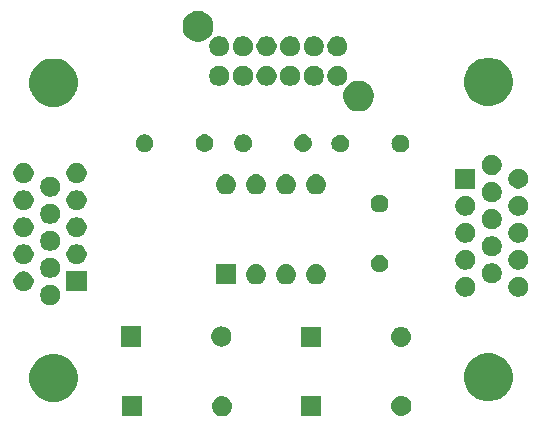
<source format=gbr>
G04 #@! TF.GenerationSoftware,KiCad,Pcbnew,(5.1.4)-1*
G04 #@! TF.CreationDate,2020-11-25T10:34:19+01:00*
G04 #@! TF.ProjectId,MonochromeVGA,4d6f6e6f-6368-4726-9f6d-655647412e6b,rev?*
G04 #@! TF.SameCoordinates,Original*
G04 #@! TF.FileFunction,Soldermask,Bot*
G04 #@! TF.FilePolarity,Negative*
%FSLAX46Y46*%
G04 Gerber Fmt 4.6, Leading zero omitted, Abs format (unit mm)*
G04 Created by KiCad (PCBNEW (5.1.4)-1) date 2020-11-25 10:34:19*
%MOMM*%
%LPD*%
G04 APERTURE LIST*
%ADD10C,0.100000*%
G04 APERTURE END LIST*
D10*
G36*
X144516823Y-119281313D02*
G01*
X144647380Y-119320917D01*
X144671111Y-119328116D01*
X144677242Y-119329976D01*
X144768950Y-119378995D01*
X144825078Y-119408996D01*
X144954659Y-119515341D01*
X145061004Y-119644922D01*
X145061005Y-119644924D01*
X145140024Y-119792758D01*
X145188687Y-119953177D01*
X145205117Y-120120000D01*
X145188687Y-120286823D01*
X145140024Y-120447242D01*
X145077040Y-120565076D01*
X145061004Y-120595078D01*
X144954659Y-120724659D01*
X144825078Y-120831004D01*
X144825076Y-120831005D01*
X144677242Y-120910024D01*
X144516823Y-120958687D01*
X144391804Y-120971000D01*
X144308196Y-120971000D01*
X144183177Y-120958687D01*
X144022758Y-120910024D01*
X143874924Y-120831005D01*
X143874922Y-120831004D01*
X143745341Y-120724659D01*
X143638996Y-120595078D01*
X143622960Y-120565076D01*
X143559976Y-120447242D01*
X143511313Y-120286823D01*
X143494883Y-120120000D01*
X143511313Y-119953177D01*
X143559976Y-119792758D01*
X143638995Y-119644924D01*
X143638996Y-119644922D01*
X143745341Y-119515341D01*
X143874922Y-119408996D01*
X143931050Y-119378995D01*
X144022758Y-119329976D01*
X144028890Y-119328116D01*
X144052620Y-119320917D01*
X144183177Y-119281313D01*
X144308196Y-119269000D01*
X144391804Y-119269000D01*
X144516823Y-119281313D01*
X144516823Y-119281313D01*
G37*
G36*
X137581000Y-120971000D02*
G01*
X135879000Y-120971000D01*
X135879000Y-119269000D01*
X137581000Y-119269000D01*
X137581000Y-120971000D01*
X137581000Y-120971000D01*
G37*
G36*
X152761000Y-120941000D02*
G01*
X151059000Y-120941000D01*
X151059000Y-119239000D01*
X152761000Y-119239000D01*
X152761000Y-120941000D01*
X152761000Y-120941000D01*
G37*
G36*
X159696823Y-119251313D02*
G01*
X159857242Y-119299976D01*
X159989906Y-119370886D01*
X160005078Y-119378996D01*
X160134659Y-119485341D01*
X160241004Y-119614922D01*
X160241005Y-119614924D01*
X160320024Y-119762758D01*
X160368687Y-119923177D01*
X160385117Y-120090000D01*
X160368687Y-120256823D01*
X160320024Y-120417242D01*
X160249114Y-120549906D01*
X160241004Y-120565078D01*
X160134659Y-120694659D01*
X160005078Y-120801004D01*
X160005076Y-120801005D01*
X159857242Y-120880024D01*
X159696823Y-120928687D01*
X159571804Y-120941000D01*
X159488196Y-120941000D01*
X159363177Y-120928687D01*
X159202758Y-120880024D01*
X159054924Y-120801005D01*
X159054922Y-120801004D01*
X158925341Y-120694659D01*
X158818996Y-120565078D01*
X158810886Y-120549906D01*
X158739976Y-120417242D01*
X158691313Y-120256823D01*
X158674883Y-120090000D01*
X158691313Y-119923177D01*
X158739976Y-119762758D01*
X158818995Y-119614924D01*
X158818996Y-119614922D01*
X158925341Y-119485341D01*
X159054922Y-119378996D01*
X159070094Y-119370886D01*
X159202758Y-119299976D01*
X159363177Y-119251313D01*
X159488196Y-119239000D01*
X159571804Y-119239000D01*
X159696823Y-119251313D01*
X159696823Y-119251313D01*
G37*
G36*
X130688254Y-115762818D02*
G01*
X131061511Y-115917426D01*
X131061513Y-115917427D01*
X131397436Y-116141884D01*
X131683116Y-116427564D01*
X131860802Y-116693489D01*
X131907574Y-116763489D01*
X132062182Y-117136746D01*
X132141000Y-117532993D01*
X132141000Y-117937007D01*
X132062182Y-118333254D01*
X131936569Y-118636511D01*
X131907573Y-118706513D01*
X131683116Y-119042436D01*
X131397436Y-119328116D01*
X131061513Y-119552573D01*
X131061512Y-119552574D01*
X131061511Y-119552574D01*
X130688254Y-119707182D01*
X130292007Y-119786000D01*
X129887993Y-119786000D01*
X129491746Y-119707182D01*
X129118489Y-119552574D01*
X129118488Y-119552574D01*
X129118487Y-119552573D01*
X128782564Y-119328116D01*
X128496884Y-119042436D01*
X128272427Y-118706513D01*
X128243431Y-118636511D01*
X128117818Y-118333254D01*
X128039000Y-117937007D01*
X128039000Y-117532993D01*
X128117818Y-117136746D01*
X128272426Y-116763489D01*
X128319199Y-116693489D01*
X128496884Y-116427564D01*
X128782564Y-116141884D01*
X129118487Y-115917427D01*
X129118489Y-115917426D01*
X129491746Y-115762818D01*
X129887993Y-115684000D01*
X130292007Y-115684000D01*
X130688254Y-115762818D01*
X130688254Y-115762818D01*
G37*
G36*
X167498254Y-115692818D02*
G01*
X167667251Y-115762819D01*
X167871513Y-115847427D01*
X167976275Y-115917427D01*
X168207436Y-116071884D01*
X168493116Y-116357564D01*
X168717574Y-116693489D01*
X168872182Y-117066746D01*
X168951000Y-117462993D01*
X168951000Y-117867007D01*
X168872182Y-118263254D01*
X168717574Y-118636511D01*
X168717573Y-118636513D01*
X168493116Y-118972436D01*
X168207436Y-119258116D01*
X167871513Y-119482573D01*
X167871512Y-119482574D01*
X167871511Y-119482574D01*
X167498254Y-119637182D01*
X167102007Y-119716000D01*
X166697993Y-119716000D01*
X166301746Y-119637182D01*
X165928489Y-119482574D01*
X165928488Y-119482574D01*
X165928487Y-119482573D01*
X165592564Y-119258116D01*
X165306884Y-118972436D01*
X165082427Y-118636513D01*
X165082426Y-118636511D01*
X164927818Y-118263254D01*
X164849000Y-117867007D01*
X164849000Y-117462993D01*
X164927818Y-117066746D01*
X165082426Y-116693489D01*
X165306884Y-116357564D01*
X165592564Y-116071884D01*
X165823725Y-115917427D01*
X165928487Y-115847427D01*
X166132749Y-115762819D01*
X166301746Y-115692818D01*
X166697993Y-115614000D01*
X167102007Y-115614000D01*
X167498254Y-115692818D01*
X167498254Y-115692818D01*
G37*
G36*
X152741000Y-115101000D02*
G01*
X151039000Y-115101000D01*
X151039000Y-113399000D01*
X152741000Y-113399000D01*
X152741000Y-115101000D01*
X152741000Y-115101000D01*
G37*
G36*
X159676823Y-113411313D02*
G01*
X159837242Y-113459976D01*
X159928950Y-113508995D01*
X159985078Y-113538996D01*
X160114659Y-113645341D01*
X160221004Y-113774922D01*
X160221005Y-113774924D01*
X160300024Y-113922758D01*
X160348687Y-114083177D01*
X160365117Y-114250000D01*
X160348687Y-114416823D01*
X160300024Y-114577242D01*
X160237040Y-114695076D01*
X160221004Y-114725078D01*
X160114659Y-114854659D01*
X159985078Y-114961004D01*
X159985076Y-114961005D01*
X159837242Y-115040024D01*
X159676823Y-115088687D01*
X159551804Y-115101000D01*
X159468196Y-115101000D01*
X159343177Y-115088687D01*
X159182758Y-115040024D01*
X159034924Y-114961005D01*
X159034922Y-114961004D01*
X158905341Y-114854659D01*
X158798996Y-114725078D01*
X158782960Y-114695076D01*
X158719976Y-114577242D01*
X158671313Y-114416823D01*
X158654883Y-114250000D01*
X158671313Y-114083177D01*
X158719976Y-113922758D01*
X158798995Y-113774924D01*
X158798996Y-113774922D01*
X158905341Y-113645341D01*
X159034922Y-113538996D01*
X159091050Y-113508995D01*
X159182758Y-113459976D01*
X159343177Y-113411313D01*
X159468196Y-113399000D01*
X159551804Y-113399000D01*
X159676823Y-113411313D01*
X159676823Y-113411313D01*
G37*
G36*
X144466823Y-113381313D02*
G01*
X144627242Y-113429976D01*
X144759906Y-113500886D01*
X144775078Y-113508996D01*
X144904659Y-113615341D01*
X145011004Y-113744922D01*
X145011005Y-113744924D01*
X145090024Y-113892758D01*
X145138687Y-114053177D01*
X145155117Y-114220000D01*
X145138687Y-114386823D01*
X145090024Y-114547242D01*
X145019114Y-114679906D01*
X145011004Y-114695078D01*
X144904659Y-114824659D01*
X144775078Y-114931004D01*
X144775076Y-114931005D01*
X144627242Y-115010024D01*
X144466823Y-115058687D01*
X144341804Y-115071000D01*
X144258196Y-115071000D01*
X144133177Y-115058687D01*
X143972758Y-115010024D01*
X143824924Y-114931005D01*
X143824922Y-114931004D01*
X143695341Y-114824659D01*
X143588996Y-114695078D01*
X143580886Y-114679906D01*
X143509976Y-114547242D01*
X143461313Y-114386823D01*
X143444883Y-114220000D01*
X143461313Y-114053177D01*
X143509976Y-113892758D01*
X143588995Y-113744924D01*
X143588996Y-113744922D01*
X143695341Y-113615341D01*
X143824922Y-113508996D01*
X143840094Y-113500886D01*
X143972758Y-113429976D01*
X144133177Y-113381313D01*
X144258196Y-113369000D01*
X144341804Y-113369000D01*
X144466823Y-113381313D01*
X144466823Y-113381313D01*
G37*
G36*
X137531000Y-115071000D02*
G01*
X135829000Y-115071000D01*
X135829000Y-113369000D01*
X137531000Y-113369000D01*
X137531000Y-115071000D01*
X137531000Y-115071000D01*
G37*
G36*
X130053228Y-109876703D02*
G01*
X130208100Y-109940853D01*
X130347481Y-110033985D01*
X130466015Y-110152519D01*
X130559147Y-110291900D01*
X130623297Y-110446772D01*
X130656000Y-110611184D01*
X130656000Y-110778816D01*
X130623297Y-110943228D01*
X130559147Y-111098100D01*
X130466015Y-111237481D01*
X130347481Y-111356015D01*
X130208100Y-111449147D01*
X130053228Y-111513297D01*
X129888816Y-111546000D01*
X129721184Y-111546000D01*
X129556772Y-111513297D01*
X129401900Y-111449147D01*
X129262519Y-111356015D01*
X129143985Y-111237481D01*
X129050853Y-111098100D01*
X128986703Y-110943228D01*
X128954000Y-110778816D01*
X128954000Y-110611184D01*
X128986703Y-110446772D01*
X129050853Y-110291900D01*
X129143985Y-110152519D01*
X129262519Y-110033985D01*
X129401900Y-109940853D01*
X129556772Y-109876703D01*
X129721184Y-109844000D01*
X129888816Y-109844000D01*
X130053228Y-109876703D01*
X130053228Y-109876703D01*
G37*
G36*
X165203228Y-109191703D02*
G01*
X165358100Y-109255853D01*
X165497481Y-109348985D01*
X165616015Y-109467519D01*
X165709147Y-109606900D01*
X165773297Y-109761772D01*
X165806000Y-109926184D01*
X165806000Y-110093816D01*
X165773297Y-110258228D01*
X165709147Y-110413100D01*
X165616015Y-110552481D01*
X165497481Y-110671015D01*
X165358100Y-110764147D01*
X165203228Y-110828297D01*
X165038816Y-110861000D01*
X164871184Y-110861000D01*
X164706772Y-110828297D01*
X164551900Y-110764147D01*
X164412519Y-110671015D01*
X164293985Y-110552481D01*
X164200853Y-110413100D01*
X164136703Y-110258228D01*
X164104000Y-110093816D01*
X164104000Y-109926184D01*
X164136703Y-109761772D01*
X164200853Y-109606900D01*
X164293985Y-109467519D01*
X164412519Y-109348985D01*
X164551900Y-109255853D01*
X164706772Y-109191703D01*
X164871184Y-109159000D01*
X165038816Y-109159000D01*
X165203228Y-109191703D01*
X165203228Y-109191703D01*
G37*
G36*
X169688228Y-109191703D02*
G01*
X169843100Y-109255853D01*
X169982481Y-109348985D01*
X170101015Y-109467519D01*
X170194147Y-109606900D01*
X170258297Y-109761772D01*
X170291000Y-109926184D01*
X170291000Y-110093816D01*
X170258297Y-110258228D01*
X170194147Y-110413100D01*
X170101015Y-110552481D01*
X169982481Y-110671015D01*
X169843100Y-110764147D01*
X169688228Y-110828297D01*
X169523816Y-110861000D01*
X169356184Y-110861000D01*
X169191772Y-110828297D01*
X169036900Y-110764147D01*
X168897519Y-110671015D01*
X168778985Y-110552481D01*
X168685853Y-110413100D01*
X168621703Y-110258228D01*
X168589000Y-110093816D01*
X168589000Y-109926184D01*
X168621703Y-109761772D01*
X168685853Y-109606900D01*
X168778985Y-109467519D01*
X168897519Y-109348985D01*
X169036900Y-109255853D01*
X169191772Y-109191703D01*
X169356184Y-109159000D01*
X169523816Y-109159000D01*
X169688228Y-109191703D01*
X169688228Y-109191703D01*
G37*
G36*
X127798228Y-108731703D02*
G01*
X127953100Y-108795853D01*
X128092481Y-108888985D01*
X128211015Y-109007519D01*
X128304147Y-109146900D01*
X128368297Y-109301772D01*
X128401000Y-109466184D01*
X128401000Y-109633816D01*
X128368297Y-109798228D01*
X128304147Y-109953100D01*
X128211015Y-110092481D01*
X128092481Y-110211015D01*
X127953100Y-110304147D01*
X127798228Y-110368297D01*
X127633816Y-110401000D01*
X127466184Y-110401000D01*
X127301772Y-110368297D01*
X127146900Y-110304147D01*
X127007519Y-110211015D01*
X126888985Y-110092481D01*
X126795853Y-109953100D01*
X126731703Y-109798228D01*
X126699000Y-109633816D01*
X126699000Y-109466184D01*
X126731703Y-109301772D01*
X126795853Y-109146900D01*
X126888985Y-109007519D01*
X127007519Y-108888985D01*
X127146900Y-108795853D01*
X127301772Y-108731703D01*
X127466184Y-108699000D01*
X127633816Y-108699000D01*
X127798228Y-108731703D01*
X127798228Y-108731703D01*
G37*
G36*
X132886000Y-110401000D02*
G01*
X131184000Y-110401000D01*
X131184000Y-108699000D01*
X132886000Y-108699000D01*
X132886000Y-110401000D01*
X132886000Y-110401000D01*
G37*
G36*
X145541000Y-109811000D02*
G01*
X143839000Y-109811000D01*
X143839000Y-108109000D01*
X145541000Y-108109000D01*
X145541000Y-109811000D01*
X145541000Y-109811000D01*
G37*
G36*
X152476823Y-108121313D02*
G01*
X152637242Y-108169976D01*
X152700868Y-108203985D01*
X152785078Y-108248996D01*
X152914659Y-108355341D01*
X153021004Y-108484922D01*
X153021005Y-108484924D01*
X153100024Y-108632758D01*
X153148687Y-108793177D01*
X153165117Y-108960000D01*
X153148687Y-109126823D01*
X153100024Y-109287242D01*
X153035755Y-109407480D01*
X153021004Y-109435078D01*
X152914659Y-109564659D01*
X152785078Y-109671004D01*
X152785076Y-109671005D01*
X152637242Y-109750024D01*
X152476823Y-109798687D01*
X152351804Y-109811000D01*
X152268196Y-109811000D01*
X152143177Y-109798687D01*
X151982758Y-109750024D01*
X151834924Y-109671005D01*
X151834922Y-109671004D01*
X151705341Y-109564659D01*
X151598996Y-109435078D01*
X151584245Y-109407480D01*
X151519976Y-109287242D01*
X151471313Y-109126823D01*
X151454883Y-108960000D01*
X151471313Y-108793177D01*
X151519976Y-108632758D01*
X151598995Y-108484924D01*
X151598996Y-108484922D01*
X151705341Y-108355341D01*
X151834922Y-108248996D01*
X151919132Y-108203985D01*
X151982758Y-108169976D01*
X152143177Y-108121313D01*
X152268196Y-108109000D01*
X152351804Y-108109000D01*
X152476823Y-108121313D01*
X152476823Y-108121313D01*
G37*
G36*
X149936823Y-108121313D02*
G01*
X150097242Y-108169976D01*
X150160868Y-108203985D01*
X150245078Y-108248996D01*
X150374659Y-108355341D01*
X150481004Y-108484922D01*
X150481005Y-108484924D01*
X150560024Y-108632758D01*
X150608687Y-108793177D01*
X150625117Y-108960000D01*
X150608687Y-109126823D01*
X150560024Y-109287242D01*
X150495755Y-109407480D01*
X150481004Y-109435078D01*
X150374659Y-109564659D01*
X150245078Y-109671004D01*
X150245076Y-109671005D01*
X150097242Y-109750024D01*
X149936823Y-109798687D01*
X149811804Y-109811000D01*
X149728196Y-109811000D01*
X149603177Y-109798687D01*
X149442758Y-109750024D01*
X149294924Y-109671005D01*
X149294922Y-109671004D01*
X149165341Y-109564659D01*
X149058996Y-109435078D01*
X149044245Y-109407480D01*
X148979976Y-109287242D01*
X148931313Y-109126823D01*
X148914883Y-108960000D01*
X148931313Y-108793177D01*
X148979976Y-108632758D01*
X149058995Y-108484924D01*
X149058996Y-108484922D01*
X149165341Y-108355341D01*
X149294922Y-108248996D01*
X149379132Y-108203985D01*
X149442758Y-108169976D01*
X149603177Y-108121313D01*
X149728196Y-108109000D01*
X149811804Y-108109000D01*
X149936823Y-108121313D01*
X149936823Y-108121313D01*
G37*
G36*
X147396823Y-108121313D02*
G01*
X147557242Y-108169976D01*
X147620868Y-108203985D01*
X147705078Y-108248996D01*
X147834659Y-108355341D01*
X147941004Y-108484922D01*
X147941005Y-108484924D01*
X148020024Y-108632758D01*
X148068687Y-108793177D01*
X148085117Y-108960000D01*
X148068687Y-109126823D01*
X148020024Y-109287242D01*
X147955755Y-109407480D01*
X147941004Y-109435078D01*
X147834659Y-109564659D01*
X147705078Y-109671004D01*
X147705076Y-109671005D01*
X147557242Y-109750024D01*
X147396823Y-109798687D01*
X147271804Y-109811000D01*
X147188196Y-109811000D01*
X147063177Y-109798687D01*
X146902758Y-109750024D01*
X146754924Y-109671005D01*
X146754922Y-109671004D01*
X146625341Y-109564659D01*
X146518996Y-109435078D01*
X146504245Y-109407480D01*
X146439976Y-109287242D01*
X146391313Y-109126823D01*
X146374883Y-108960000D01*
X146391313Y-108793177D01*
X146439976Y-108632758D01*
X146518995Y-108484924D01*
X146518996Y-108484922D01*
X146625341Y-108355341D01*
X146754922Y-108248996D01*
X146839132Y-108203985D01*
X146902758Y-108169976D01*
X147063177Y-108121313D01*
X147188196Y-108109000D01*
X147271804Y-108109000D01*
X147396823Y-108121313D01*
X147396823Y-108121313D01*
G37*
G36*
X167433228Y-108046703D02*
G01*
X167588100Y-108110853D01*
X167727481Y-108203985D01*
X167846015Y-108322519D01*
X167939147Y-108461900D01*
X168003297Y-108616772D01*
X168036000Y-108781184D01*
X168036000Y-108948816D01*
X168003297Y-109113228D01*
X167939147Y-109268100D01*
X167846015Y-109407481D01*
X167727481Y-109526015D01*
X167588100Y-109619147D01*
X167433228Y-109683297D01*
X167268816Y-109716000D01*
X167101184Y-109716000D01*
X166936772Y-109683297D01*
X166781900Y-109619147D01*
X166642519Y-109526015D01*
X166523985Y-109407481D01*
X166430853Y-109268100D01*
X166366703Y-109113228D01*
X166334000Y-108948816D01*
X166334000Y-108781184D01*
X166366703Y-108616772D01*
X166430853Y-108461900D01*
X166523985Y-108322519D01*
X166642519Y-108203985D01*
X166781900Y-108110853D01*
X166936772Y-108046703D01*
X167101184Y-108014000D01*
X167268816Y-108014000D01*
X167433228Y-108046703D01*
X167433228Y-108046703D01*
G37*
G36*
X130053228Y-107586703D02*
G01*
X130208100Y-107650853D01*
X130347481Y-107743985D01*
X130466015Y-107862519D01*
X130559147Y-108001900D01*
X130623297Y-108156772D01*
X130656000Y-108321184D01*
X130656000Y-108488816D01*
X130623297Y-108653228D01*
X130559147Y-108808100D01*
X130466015Y-108947481D01*
X130347481Y-109066015D01*
X130208100Y-109159147D01*
X130053228Y-109223297D01*
X129888816Y-109256000D01*
X129721184Y-109256000D01*
X129556772Y-109223297D01*
X129401900Y-109159147D01*
X129262519Y-109066015D01*
X129143985Y-108947481D01*
X129050853Y-108808100D01*
X128986703Y-108653228D01*
X128954000Y-108488816D01*
X128954000Y-108321184D01*
X128986703Y-108156772D01*
X129050853Y-108001900D01*
X129143985Y-107862519D01*
X129262519Y-107743985D01*
X129401900Y-107650853D01*
X129556772Y-107586703D01*
X129721184Y-107554000D01*
X129888816Y-107554000D01*
X130053228Y-107586703D01*
X130053228Y-107586703D01*
G37*
G36*
X157909059Y-107307860D02*
G01*
X158045732Y-107364472D01*
X158168735Y-107446660D01*
X158273340Y-107551265D01*
X158355528Y-107674268D01*
X158355529Y-107674270D01*
X158412140Y-107810941D01*
X158441000Y-107956032D01*
X158441000Y-108103968D01*
X158412140Y-108249059D01*
X158368117Y-108355341D01*
X158355528Y-108385732D01*
X158273340Y-108508735D01*
X158168735Y-108613340D01*
X158045732Y-108695528D01*
X158045731Y-108695529D01*
X158045730Y-108695529D01*
X157909059Y-108752140D01*
X157763968Y-108781000D01*
X157616032Y-108781000D01*
X157470941Y-108752140D01*
X157334270Y-108695529D01*
X157334269Y-108695529D01*
X157334268Y-108695528D01*
X157211265Y-108613340D01*
X157106660Y-108508735D01*
X157024472Y-108385732D01*
X157011884Y-108355341D01*
X156967860Y-108249059D01*
X156939000Y-108103968D01*
X156939000Y-107956032D01*
X156967860Y-107810941D01*
X157024471Y-107674270D01*
X157024472Y-107674268D01*
X157106660Y-107551265D01*
X157211265Y-107446660D01*
X157334268Y-107364472D01*
X157470941Y-107307860D01*
X157616032Y-107279000D01*
X157763968Y-107279000D01*
X157909059Y-107307860D01*
X157909059Y-107307860D01*
G37*
G36*
X165203228Y-106901703D02*
G01*
X165358100Y-106965853D01*
X165497481Y-107058985D01*
X165616015Y-107177519D01*
X165709147Y-107316900D01*
X165773297Y-107471772D01*
X165806000Y-107636184D01*
X165806000Y-107803816D01*
X165773297Y-107968228D01*
X165709147Y-108123100D01*
X165616015Y-108262481D01*
X165497481Y-108381015D01*
X165358100Y-108474147D01*
X165203228Y-108538297D01*
X165038816Y-108571000D01*
X164871184Y-108571000D01*
X164706772Y-108538297D01*
X164551900Y-108474147D01*
X164412519Y-108381015D01*
X164293985Y-108262481D01*
X164200853Y-108123100D01*
X164136703Y-107968228D01*
X164104000Y-107803816D01*
X164104000Y-107636184D01*
X164136703Y-107471772D01*
X164200853Y-107316900D01*
X164293985Y-107177519D01*
X164412519Y-107058985D01*
X164551900Y-106965853D01*
X164706772Y-106901703D01*
X164871184Y-106869000D01*
X165038816Y-106869000D01*
X165203228Y-106901703D01*
X165203228Y-106901703D01*
G37*
G36*
X169688228Y-106901703D02*
G01*
X169843100Y-106965853D01*
X169982481Y-107058985D01*
X170101015Y-107177519D01*
X170194147Y-107316900D01*
X170258297Y-107471772D01*
X170291000Y-107636184D01*
X170291000Y-107803816D01*
X170258297Y-107968228D01*
X170194147Y-108123100D01*
X170101015Y-108262481D01*
X169982481Y-108381015D01*
X169843100Y-108474147D01*
X169688228Y-108538297D01*
X169523816Y-108571000D01*
X169356184Y-108571000D01*
X169191772Y-108538297D01*
X169036900Y-108474147D01*
X168897519Y-108381015D01*
X168778985Y-108262481D01*
X168685853Y-108123100D01*
X168621703Y-107968228D01*
X168589000Y-107803816D01*
X168589000Y-107636184D01*
X168621703Y-107471772D01*
X168685853Y-107316900D01*
X168778985Y-107177519D01*
X168897519Y-107058985D01*
X169036900Y-106965853D01*
X169191772Y-106901703D01*
X169356184Y-106869000D01*
X169523816Y-106869000D01*
X169688228Y-106901703D01*
X169688228Y-106901703D01*
G37*
G36*
X127798228Y-106441703D02*
G01*
X127953100Y-106505853D01*
X128092481Y-106598985D01*
X128211015Y-106717519D01*
X128304147Y-106856900D01*
X128368297Y-107011772D01*
X128401000Y-107176184D01*
X128401000Y-107343816D01*
X128368297Y-107508228D01*
X128304147Y-107663100D01*
X128211015Y-107802481D01*
X128092481Y-107921015D01*
X127953100Y-108014147D01*
X127798228Y-108078297D01*
X127633816Y-108111000D01*
X127466184Y-108111000D01*
X127301772Y-108078297D01*
X127146900Y-108014147D01*
X127007519Y-107921015D01*
X126888985Y-107802481D01*
X126795853Y-107663100D01*
X126731703Y-107508228D01*
X126699000Y-107343816D01*
X126699000Y-107176184D01*
X126731703Y-107011772D01*
X126795853Y-106856900D01*
X126888985Y-106717519D01*
X127007519Y-106598985D01*
X127146900Y-106505853D01*
X127301772Y-106441703D01*
X127466184Y-106409000D01*
X127633816Y-106409000D01*
X127798228Y-106441703D01*
X127798228Y-106441703D01*
G37*
G36*
X132283228Y-106441703D02*
G01*
X132438100Y-106505853D01*
X132577481Y-106598985D01*
X132696015Y-106717519D01*
X132789147Y-106856900D01*
X132853297Y-107011772D01*
X132886000Y-107176184D01*
X132886000Y-107343816D01*
X132853297Y-107508228D01*
X132789147Y-107663100D01*
X132696015Y-107802481D01*
X132577481Y-107921015D01*
X132438100Y-108014147D01*
X132283228Y-108078297D01*
X132118816Y-108111000D01*
X131951184Y-108111000D01*
X131786772Y-108078297D01*
X131631900Y-108014147D01*
X131492519Y-107921015D01*
X131373985Y-107802481D01*
X131280853Y-107663100D01*
X131216703Y-107508228D01*
X131184000Y-107343816D01*
X131184000Y-107176184D01*
X131216703Y-107011772D01*
X131280853Y-106856900D01*
X131373985Y-106717519D01*
X131492519Y-106598985D01*
X131631900Y-106505853D01*
X131786772Y-106441703D01*
X131951184Y-106409000D01*
X132118816Y-106409000D01*
X132283228Y-106441703D01*
X132283228Y-106441703D01*
G37*
G36*
X167433228Y-105756703D02*
G01*
X167588100Y-105820853D01*
X167727481Y-105913985D01*
X167846015Y-106032519D01*
X167939147Y-106171900D01*
X168003297Y-106326772D01*
X168036000Y-106491184D01*
X168036000Y-106658816D01*
X168003297Y-106823228D01*
X167939147Y-106978100D01*
X167846015Y-107117481D01*
X167727481Y-107236015D01*
X167588100Y-107329147D01*
X167433228Y-107393297D01*
X167268816Y-107426000D01*
X167101184Y-107426000D01*
X166936772Y-107393297D01*
X166781900Y-107329147D01*
X166642519Y-107236015D01*
X166523985Y-107117481D01*
X166430853Y-106978100D01*
X166366703Y-106823228D01*
X166334000Y-106658816D01*
X166334000Y-106491184D01*
X166366703Y-106326772D01*
X166430853Y-106171900D01*
X166523985Y-106032519D01*
X166642519Y-105913985D01*
X166781900Y-105820853D01*
X166936772Y-105756703D01*
X167101184Y-105724000D01*
X167268816Y-105724000D01*
X167433228Y-105756703D01*
X167433228Y-105756703D01*
G37*
G36*
X130053228Y-105296703D02*
G01*
X130208100Y-105360853D01*
X130347481Y-105453985D01*
X130466015Y-105572519D01*
X130559147Y-105711900D01*
X130623297Y-105866772D01*
X130656000Y-106031184D01*
X130656000Y-106198816D01*
X130623297Y-106363228D01*
X130559147Y-106518100D01*
X130466015Y-106657481D01*
X130347481Y-106776015D01*
X130208100Y-106869147D01*
X130053228Y-106933297D01*
X129888816Y-106966000D01*
X129721184Y-106966000D01*
X129556772Y-106933297D01*
X129401900Y-106869147D01*
X129262519Y-106776015D01*
X129143985Y-106657481D01*
X129050853Y-106518100D01*
X128986703Y-106363228D01*
X128954000Y-106198816D01*
X128954000Y-106031184D01*
X128986703Y-105866772D01*
X129050853Y-105711900D01*
X129143985Y-105572519D01*
X129262519Y-105453985D01*
X129401900Y-105360853D01*
X129556772Y-105296703D01*
X129721184Y-105264000D01*
X129888816Y-105264000D01*
X130053228Y-105296703D01*
X130053228Y-105296703D01*
G37*
G36*
X165203228Y-104611703D02*
G01*
X165358100Y-104675853D01*
X165497481Y-104768985D01*
X165616015Y-104887519D01*
X165709147Y-105026900D01*
X165773297Y-105181772D01*
X165806000Y-105346184D01*
X165806000Y-105513816D01*
X165773297Y-105678228D01*
X165709147Y-105833100D01*
X165616015Y-105972481D01*
X165497481Y-106091015D01*
X165358100Y-106184147D01*
X165203228Y-106248297D01*
X165038816Y-106281000D01*
X164871184Y-106281000D01*
X164706772Y-106248297D01*
X164551900Y-106184147D01*
X164412519Y-106091015D01*
X164293985Y-105972481D01*
X164200853Y-105833100D01*
X164136703Y-105678228D01*
X164104000Y-105513816D01*
X164104000Y-105346184D01*
X164136703Y-105181772D01*
X164200853Y-105026900D01*
X164293985Y-104887519D01*
X164412519Y-104768985D01*
X164551900Y-104675853D01*
X164706772Y-104611703D01*
X164871184Y-104579000D01*
X165038816Y-104579000D01*
X165203228Y-104611703D01*
X165203228Y-104611703D01*
G37*
G36*
X169688228Y-104611703D02*
G01*
X169843100Y-104675853D01*
X169982481Y-104768985D01*
X170101015Y-104887519D01*
X170194147Y-105026900D01*
X170258297Y-105181772D01*
X170291000Y-105346184D01*
X170291000Y-105513816D01*
X170258297Y-105678228D01*
X170194147Y-105833100D01*
X170101015Y-105972481D01*
X169982481Y-106091015D01*
X169843100Y-106184147D01*
X169688228Y-106248297D01*
X169523816Y-106281000D01*
X169356184Y-106281000D01*
X169191772Y-106248297D01*
X169036900Y-106184147D01*
X168897519Y-106091015D01*
X168778985Y-105972481D01*
X168685853Y-105833100D01*
X168621703Y-105678228D01*
X168589000Y-105513816D01*
X168589000Y-105346184D01*
X168621703Y-105181772D01*
X168685853Y-105026900D01*
X168778985Y-104887519D01*
X168897519Y-104768985D01*
X169036900Y-104675853D01*
X169191772Y-104611703D01*
X169356184Y-104579000D01*
X169523816Y-104579000D01*
X169688228Y-104611703D01*
X169688228Y-104611703D01*
G37*
G36*
X132283228Y-104151703D02*
G01*
X132438100Y-104215853D01*
X132577481Y-104308985D01*
X132696015Y-104427519D01*
X132789147Y-104566900D01*
X132853297Y-104721772D01*
X132886000Y-104886184D01*
X132886000Y-105053816D01*
X132853297Y-105218228D01*
X132789147Y-105373100D01*
X132696015Y-105512481D01*
X132577481Y-105631015D01*
X132438100Y-105724147D01*
X132283228Y-105788297D01*
X132118816Y-105821000D01*
X131951184Y-105821000D01*
X131786772Y-105788297D01*
X131631900Y-105724147D01*
X131492519Y-105631015D01*
X131373985Y-105512481D01*
X131280853Y-105373100D01*
X131216703Y-105218228D01*
X131184000Y-105053816D01*
X131184000Y-104886184D01*
X131216703Y-104721772D01*
X131280853Y-104566900D01*
X131373985Y-104427519D01*
X131492519Y-104308985D01*
X131631900Y-104215853D01*
X131786772Y-104151703D01*
X131951184Y-104119000D01*
X132118816Y-104119000D01*
X132283228Y-104151703D01*
X132283228Y-104151703D01*
G37*
G36*
X127798228Y-104151703D02*
G01*
X127953100Y-104215853D01*
X128092481Y-104308985D01*
X128211015Y-104427519D01*
X128304147Y-104566900D01*
X128368297Y-104721772D01*
X128401000Y-104886184D01*
X128401000Y-105053816D01*
X128368297Y-105218228D01*
X128304147Y-105373100D01*
X128211015Y-105512481D01*
X128092481Y-105631015D01*
X127953100Y-105724147D01*
X127798228Y-105788297D01*
X127633816Y-105821000D01*
X127466184Y-105821000D01*
X127301772Y-105788297D01*
X127146900Y-105724147D01*
X127007519Y-105631015D01*
X126888985Y-105512481D01*
X126795853Y-105373100D01*
X126731703Y-105218228D01*
X126699000Y-105053816D01*
X126699000Y-104886184D01*
X126731703Y-104721772D01*
X126795853Y-104566900D01*
X126888985Y-104427519D01*
X127007519Y-104308985D01*
X127146900Y-104215853D01*
X127301772Y-104151703D01*
X127466184Y-104119000D01*
X127633816Y-104119000D01*
X127798228Y-104151703D01*
X127798228Y-104151703D01*
G37*
G36*
X167433228Y-103466703D02*
G01*
X167588100Y-103530853D01*
X167727481Y-103623985D01*
X167846015Y-103742519D01*
X167939147Y-103881900D01*
X168003297Y-104036772D01*
X168036000Y-104201184D01*
X168036000Y-104368816D01*
X168003297Y-104533228D01*
X167939147Y-104688100D01*
X167846015Y-104827481D01*
X167727481Y-104946015D01*
X167588100Y-105039147D01*
X167433228Y-105103297D01*
X167268816Y-105136000D01*
X167101184Y-105136000D01*
X166936772Y-105103297D01*
X166781900Y-105039147D01*
X166642519Y-104946015D01*
X166523985Y-104827481D01*
X166430853Y-104688100D01*
X166366703Y-104533228D01*
X166334000Y-104368816D01*
X166334000Y-104201184D01*
X166366703Y-104036772D01*
X166430853Y-103881900D01*
X166523985Y-103742519D01*
X166642519Y-103623985D01*
X166781900Y-103530853D01*
X166936772Y-103466703D01*
X167101184Y-103434000D01*
X167268816Y-103434000D01*
X167433228Y-103466703D01*
X167433228Y-103466703D01*
G37*
G36*
X130053228Y-103006703D02*
G01*
X130208100Y-103070853D01*
X130347481Y-103163985D01*
X130466015Y-103282519D01*
X130559147Y-103421900D01*
X130623297Y-103576772D01*
X130656000Y-103741184D01*
X130656000Y-103908816D01*
X130623297Y-104073228D01*
X130559147Y-104228100D01*
X130466015Y-104367481D01*
X130347481Y-104486015D01*
X130208100Y-104579147D01*
X130053228Y-104643297D01*
X129888816Y-104676000D01*
X129721184Y-104676000D01*
X129556772Y-104643297D01*
X129401900Y-104579147D01*
X129262519Y-104486015D01*
X129143985Y-104367481D01*
X129050853Y-104228100D01*
X128986703Y-104073228D01*
X128954000Y-103908816D01*
X128954000Y-103741184D01*
X128986703Y-103576772D01*
X129050853Y-103421900D01*
X129143985Y-103282519D01*
X129262519Y-103163985D01*
X129401900Y-103070853D01*
X129556772Y-103006703D01*
X129721184Y-102974000D01*
X129888816Y-102974000D01*
X130053228Y-103006703D01*
X130053228Y-103006703D01*
G37*
G36*
X165203228Y-102321703D02*
G01*
X165358100Y-102385853D01*
X165497481Y-102478985D01*
X165616015Y-102597519D01*
X165709147Y-102736900D01*
X165773297Y-102891772D01*
X165806000Y-103056184D01*
X165806000Y-103223816D01*
X165773297Y-103388228D01*
X165709147Y-103543100D01*
X165616015Y-103682481D01*
X165497481Y-103801015D01*
X165358100Y-103894147D01*
X165203228Y-103958297D01*
X165038816Y-103991000D01*
X164871184Y-103991000D01*
X164706772Y-103958297D01*
X164551900Y-103894147D01*
X164412519Y-103801015D01*
X164293985Y-103682481D01*
X164200853Y-103543100D01*
X164136703Y-103388228D01*
X164104000Y-103223816D01*
X164104000Y-103056184D01*
X164136703Y-102891772D01*
X164200853Y-102736900D01*
X164293985Y-102597519D01*
X164412519Y-102478985D01*
X164551900Y-102385853D01*
X164706772Y-102321703D01*
X164871184Y-102289000D01*
X165038816Y-102289000D01*
X165203228Y-102321703D01*
X165203228Y-102321703D01*
G37*
G36*
X169688228Y-102321703D02*
G01*
X169843100Y-102385853D01*
X169982481Y-102478985D01*
X170101015Y-102597519D01*
X170194147Y-102736900D01*
X170258297Y-102891772D01*
X170291000Y-103056184D01*
X170291000Y-103223816D01*
X170258297Y-103388228D01*
X170194147Y-103543100D01*
X170101015Y-103682481D01*
X169982481Y-103801015D01*
X169843100Y-103894147D01*
X169688228Y-103958297D01*
X169523816Y-103991000D01*
X169356184Y-103991000D01*
X169191772Y-103958297D01*
X169036900Y-103894147D01*
X168897519Y-103801015D01*
X168778985Y-103682481D01*
X168685853Y-103543100D01*
X168621703Y-103388228D01*
X168589000Y-103223816D01*
X168589000Y-103056184D01*
X168621703Y-102891772D01*
X168685853Y-102736900D01*
X168778985Y-102597519D01*
X168897519Y-102478985D01*
X169036900Y-102385853D01*
X169191772Y-102321703D01*
X169356184Y-102289000D01*
X169523816Y-102289000D01*
X169688228Y-102321703D01*
X169688228Y-102321703D01*
G37*
G36*
X157763665Y-102202622D02*
G01*
X157837222Y-102209867D01*
X157978786Y-102252810D01*
X158109252Y-102322546D01*
X158139040Y-102346992D01*
X158223607Y-102416393D01*
X158293008Y-102500960D01*
X158317454Y-102530748D01*
X158387190Y-102661214D01*
X158430133Y-102802778D01*
X158444633Y-102950000D01*
X158430133Y-103097222D01*
X158387190Y-103238786D01*
X158317454Y-103369252D01*
X158301881Y-103388228D01*
X158223607Y-103483607D01*
X158139040Y-103553008D01*
X158109252Y-103577454D01*
X157978786Y-103647190D01*
X157837222Y-103690133D01*
X157763665Y-103697378D01*
X157726888Y-103701000D01*
X157653112Y-103701000D01*
X157616335Y-103697378D01*
X157542778Y-103690133D01*
X157401214Y-103647190D01*
X157270748Y-103577454D01*
X157240960Y-103553008D01*
X157156393Y-103483607D01*
X157078119Y-103388228D01*
X157062546Y-103369252D01*
X156992810Y-103238786D01*
X156949867Y-103097222D01*
X156935367Y-102950000D01*
X156949867Y-102802778D01*
X156992810Y-102661214D01*
X157062546Y-102530748D01*
X157086992Y-102500960D01*
X157156393Y-102416393D01*
X157240960Y-102346992D01*
X157270748Y-102322546D01*
X157401214Y-102252810D01*
X157542778Y-102209867D01*
X157616335Y-102202622D01*
X157653112Y-102199000D01*
X157726888Y-102199000D01*
X157763665Y-102202622D01*
X157763665Y-102202622D01*
G37*
G36*
X127798228Y-101861703D02*
G01*
X127953100Y-101925853D01*
X128092481Y-102018985D01*
X128211015Y-102137519D01*
X128304147Y-102276900D01*
X128368297Y-102431772D01*
X128401000Y-102596184D01*
X128401000Y-102763816D01*
X128368297Y-102928228D01*
X128304147Y-103083100D01*
X128211015Y-103222481D01*
X128092481Y-103341015D01*
X127953100Y-103434147D01*
X127798228Y-103498297D01*
X127633816Y-103531000D01*
X127466184Y-103531000D01*
X127301772Y-103498297D01*
X127146900Y-103434147D01*
X127007519Y-103341015D01*
X126888985Y-103222481D01*
X126795853Y-103083100D01*
X126731703Y-102928228D01*
X126699000Y-102763816D01*
X126699000Y-102596184D01*
X126731703Y-102431772D01*
X126795853Y-102276900D01*
X126888985Y-102137519D01*
X127007519Y-102018985D01*
X127146900Y-101925853D01*
X127301772Y-101861703D01*
X127466184Y-101829000D01*
X127633816Y-101829000D01*
X127798228Y-101861703D01*
X127798228Y-101861703D01*
G37*
G36*
X132283228Y-101861703D02*
G01*
X132438100Y-101925853D01*
X132577481Y-102018985D01*
X132696015Y-102137519D01*
X132789147Y-102276900D01*
X132853297Y-102431772D01*
X132886000Y-102596184D01*
X132886000Y-102763816D01*
X132853297Y-102928228D01*
X132789147Y-103083100D01*
X132696015Y-103222481D01*
X132577481Y-103341015D01*
X132438100Y-103434147D01*
X132283228Y-103498297D01*
X132118816Y-103531000D01*
X131951184Y-103531000D01*
X131786772Y-103498297D01*
X131631900Y-103434147D01*
X131492519Y-103341015D01*
X131373985Y-103222481D01*
X131280853Y-103083100D01*
X131216703Y-102928228D01*
X131184000Y-102763816D01*
X131184000Y-102596184D01*
X131216703Y-102431772D01*
X131280853Y-102276900D01*
X131373985Y-102137519D01*
X131492519Y-102018985D01*
X131631900Y-101925853D01*
X131786772Y-101861703D01*
X131951184Y-101829000D01*
X132118816Y-101829000D01*
X132283228Y-101861703D01*
X132283228Y-101861703D01*
G37*
G36*
X167433228Y-101176703D02*
G01*
X167588100Y-101240853D01*
X167727481Y-101333985D01*
X167846015Y-101452519D01*
X167939147Y-101591900D01*
X168003297Y-101746772D01*
X168036000Y-101911184D01*
X168036000Y-102078816D01*
X168003297Y-102243228D01*
X167939147Y-102398100D01*
X167846015Y-102537481D01*
X167727481Y-102656015D01*
X167588100Y-102749147D01*
X167433228Y-102813297D01*
X167268816Y-102846000D01*
X167101184Y-102846000D01*
X166936772Y-102813297D01*
X166781900Y-102749147D01*
X166642519Y-102656015D01*
X166523985Y-102537481D01*
X166430853Y-102398100D01*
X166366703Y-102243228D01*
X166334000Y-102078816D01*
X166334000Y-101911184D01*
X166366703Y-101746772D01*
X166430853Y-101591900D01*
X166523985Y-101452519D01*
X166642519Y-101333985D01*
X166781900Y-101240853D01*
X166936772Y-101176703D01*
X167101184Y-101144000D01*
X167268816Y-101144000D01*
X167433228Y-101176703D01*
X167433228Y-101176703D01*
G37*
G36*
X130053228Y-100716703D02*
G01*
X130208100Y-100780853D01*
X130347481Y-100873985D01*
X130466015Y-100992519D01*
X130559147Y-101131900D01*
X130623297Y-101286772D01*
X130656000Y-101451184D01*
X130656000Y-101618816D01*
X130623297Y-101783228D01*
X130559147Y-101938100D01*
X130466015Y-102077481D01*
X130347481Y-102196015D01*
X130208100Y-102289147D01*
X130053228Y-102353297D01*
X129888816Y-102386000D01*
X129721184Y-102386000D01*
X129556772Y-102353297D01*
X129401900Y-102289147D01*
X129262519Y-102196015D01*
X129143985Y-102077481D01*
X129050853Y-101938100D01*
X128986703Y-101783228D01*
X128954000Y-101618816D01*
X128954000Y-101451184D01*
X128986703Y-101286772D01*
X129050853Y-101131900D01*
X129143985Y-100992519D01*
X129262519Y-100873985D01*
X129401900Y-100780853D01*
X129556772Y-100716703D01*
X129721184Y-100684000D01*
X129888816Y-100684000D01*
X130053228Y-100716703D01*
X130053228Y-100716703D01*
G37*
G36*
X152476823Y-100501313D02*
G01*
X152637242Y-100549976D01*
X152734145Y-100601772D01*
X152785078Y-100628996D01*
X152914659Y-100735341D01*
X153021004Y-100864922D01*
X153021005Y-100864924D01*
X153100024Y-101012758D01*
X153148687Y-101173177D01*
X153165117Y-101340000D01*
X153148687Y-101506823D01*
X153100024Y-101667242D01*
X153081980Y-101701000D01*
X153021004Y-101815078D01*
X152914659Y-101944659D01*
X152785078Y-102051004D01*
X152785076Y-102051005D01*
X152637242Y-102130024D01*
X152476823Y-102178687D01*
X152351804Y-102191000D01*
X152268196Y-102191000D01*
X152143177Y-102178687D01*
X151982758Y-102130024D01*
X151834924Y-102051005D01*
X151834922Y-102051004D01*
X151705341Y-101944659D01*
X151598996Y-101815078D01*
X151538020Y-101701000D01*
X151519976Y-101667242D01*
X151471313Y-101506823D01*
X151454883Y-101340000D01*
X151471313Y-101173177D01*
X151519976Y-101012758D01*
X151598995Y-100864924D01*
X151598996Y-100864922D01*
X151705341Y-100735341D01*
X151834922Y-100628996D01*
X151885855Y-100601772D01*
X151982758Y-100549976D01*
X152143177Y-100501313D01*
X152268196Y-100489000D01*
X152351804Y-100489000D01*
X152476823Y-100501313D01*
X152476823Y-100501313D01*
G37*
G36*
X144856823Y-100501313D02*
G01*
X145017242Y-100549976D01*
X145114145Y-100601772D01*
X145165078Y-100628996D01*
X145294659Y-100735341D01*
X145401004Y-100864922D01*
X145401005Y-100864924D01*
X145480024Y-101012758D01*
X145528687Y-101173177D01*
X145545117Y-101340000D01*
X145528687Y-101506823D01*
X145480024Y-101667242D01*
X145461980Y-101701000D01*
X145401004Y-101815078D01*
X145294659Y-101944659D01*
X145165078Y-102051004D01*
X145165076Y-102051005D01*
X145017242Y-102130024D01*
X144856823Y-102178687D01*
X144731804Y-102191000D01*
X144648196Y-102191000D01*
X144523177Y-102178687D01*
X144362758Y-102130024D01*
X144214924Y-102051005D01*
X144214922Y-102051004D01*
X144085341Y-101944659D01*
X143978996Y-101815078D01*
X143918020Y-101701000D01*
X143899976Y-101667242D01*
X143851313Y-101506823D01*
X143834883Y-101340000D01*
X143851313Y-101173177D01*
X143899976Y-101012758D01*
X143978995Y-100864924D01*
X143978996Y-100864922D01*
X144085341Y-100735341D01*
X144214922Y-100628996D01*
X144265855Y-100601772D01*
X144362758Y-100549976D01*
X144523177Y-100501313D01*
X144648196Y-100489000D01*
X144731804Y-100489000D01*
X144856823Y-100501313D01*
X144856823Y-100501313D01*
G37*
G36*
X147396823Y-100501313D02*
G01*
X147557242Y-100549976D01*
X147654145Y-100601772D01*
X147705078Y-100628996D01*
X147834659Y-100735341D01*
X147941004Y-100864922D01*
X147941005Y-100864924D01*
X148020024Y-101012758D01*
X148068687Y-101173177D01*
X148085117Y-101340000D01*
X148068687Y-101506823D01*
X148020024Y-101667242D01*
X148001980Y-101701000D01*
X147941004Y-101815078D01*
X147834659Y-101944659D01*
X147705078Y-102051004D01*
X147705076Y-102051005D01*
X147557242Y-102130024D01*
X147396823Y-102178687D01*
X147271804Y-102191000D01*
X147188196Y-102191000D01*
X147063177Y-102178687D01*
X146902758Y-102130024D01*
X146754924Y-102051005D01*
X146754922Y-102051004D01*
X146625341Y-101944659D01*
X146518996Y-101815078D01*
X146458020Y-101701000D01*
X146439976Y-101667242D01*
X146391313Y-101506823D01*
X146374883Y-101340000D01*
X146391313Y-101173177D01*
X146439976Y-101012758D01*
X146518995Y-100864924D01*
X146518996Y-100864922D01*
X146625341Y-100735341D01*
X146754922Y-100628996D01*
X146805855Y-100601772D01*
X146902758Y-100549976D01*
X147063177Y-100501313D01*
X147188196Y-100489000D01*
X147271804Y-100489000D01*
X147396823Y-100501313D01*
X147396823Y-100501313D01*
G37*
G36*
X149936823Y-100501313D02*
G01*
X150097242Y-100549976D01*
X150194145Y-100601772D01*
X150245078Y-100628996D01*
X150374659Y-100735341D01*
X150481004Y-100864922D01*
X150481005Y-100864924D01*
X150560024Y-101012758D01*
X150608687Y-101173177D01*
X150625117Y-101340000D01*
X150608687Y-101506823D01*
X150560024Y-101667242D01*
X150541980Y-101701000D01*
X150481004Y-101815078D01*
X150374659Y-101944659D01*
X150245078Y-102051004D01*
X150245076Y-102051005D01*
X150097242Y-102130024D01*
X149936823Y-102178687D01*
X149811804Y-102191000D01*
X149728196Y-102191000D01*
X149603177Y-102178687D01*
X149442758Y-102130024D01*
X149294924Y-102051005D01*
X149294922Y-102051004D01*
X149165341Y-101944659D01*
X149058996Y-101815078D01*
X148998020Y-101701000D01*
X148979976Y-101667242D01*
X148931313Y-101506823D01*
X148914883Y-101340000D01*
X148931313Y-101173177D01*
X148979976Y-101012758D01*
X149058995Y-100864924D01*
X149058996Y-100864922D01*
X149165341Y-100735341D01*
X149294922Y-100628996D01*
X149345855Y-100601772D01*
X149442758Y-100549976D01*
X149603177Y-100501313D01*
X149728196Y-100489000D01*
X149811804Y-100489000D01*
X149936823Y-100501313D01*
X149936823Y-100501313D01*
G37*
G36*
X165806000Y-101701000D02*
G01*
X164104000Y-101701000D01*
X164104000Y-99999000D01*
X165806000Y-99999000D01*
X165806000Y-101701000D01*
X165806000Y-101701000D01*
G37*
G36*
X169688228Y-100031703D02*
G01*
X169843100Y-100095853D01*
X169982481Y-100188985D01*
X170101015Y-100307519D01*
X170194147Y-100446900D01*
X170258297Y-100601772D01*
X170291000Y-100766184D01*
X170291000Y-100933816D01*
X170258297Y-101098228D01*
X170194147Y-101253100D01*
X170101015Y-101392481D01*
X169982481Y-101511015D01*
X169843100Y-101604147D01*
X169688228Y-101668297D01*
X169523816Y-101701000D01*
X169356184Y-101701000D01*
X169191772Y-101668297D01*
X169036900Y-101604147D01*
X168897519Y-101511015D01*
X168778985Y-101392481D01*
X168685853Y-101253100D01*
X168621703Y-101098228D01*
X168589000Y-100933816D01*
X168589000Y-100766184D01*
X168621703Y-100601772D01*
X168685853Y-100446900D01*
X168778985Y-100307519D01*
X168897519Y-100188985D01*
X169036900Y-100095853D01*
X169191772Y-100031703D01*
X169356184Y-99999000D01*
X169523816Y-99999000D01*
X169688228Y-100031703D01*
X169688228Y-100031703D01*
G37*
G36*
X127798228Y-99571703D02*
G01*
X127953100Y-99635853D01*
X128092481Y-99728985D01*
X128211015Y-99847519D01*
X128304147Y-99986900D01*
X128368297Y-100141772D01*
X128401000Y-100306184D01*
X128401000Y-100473816D01*
X128368297Y-100638228D01*
X128304147Y-100793100D01*
X128211015Y-100932481D01*
X128092481Y-101051015D01*
X127953100Y-101144147D01*
X127798228Y-101208297D01*
X127633816Y-101241000D01*
X127466184Y-101241000D01*
X127301772Y-101208297D01*
X127146900Y-101144147D01*
X127007519Y-101051015D01*
X126888985Y-100932481D01*
X126795853Y-100793100D01*
X126731703Y-100638228D01*
X126699000Y-100473816D01*
X126699000Y-100306184D01*
X126731703Y-100141772D01*
X126795853Y-99986900D01*
X126888985Y-99847519D01*
X127007519Y-99728985D01*
X127146900Y-99635853D01*
X127301772Y-99571703D01*
X127466184Y-99539000D01*
X127633816Y-99539000D01*
X127798228Y-99571703D01*
X127798228Y-99571703D01*
G37*
G36*
X132283228Y-99571703D02*
G01*
X132438100Y-99635853D01*
X132577481Y-99728985D01*
X132696015Y-99847519D01*
X132789147Y-99986900D01*
X132853297Y-100141772D01*
X132886000Y-100306184D01*
X132886000Y-100473816D01*
X132853297Y-100638228D01*
X132789147Y-100793100D01*
X132696015Y-100932481D01*
X132577481Y-101051015D01*
X132438100Y-101144147D01*
X132283228Y-101208297D01*
X132118816Y-101241000D01*
X131951184Y-101241000D01*
X131786772Y-101208297D01*
X131631900Y-101144147D01*
X131492519Y-101051015D01*
X131373985Y-100932481D01*
X131280853Y-100793100D01*
X131216703Y-100638228D01*
X131184000Y-100473816D01*
X131184000Y-100306184D01*
X131216703Y-100141772D01*
X131280853Y-99986900D01*
X131373985Y-99847519D01*
X131492519Y-99728985D01*
X131631900Y-99635853D01*
X131786772Y-99571703D01*
X131951184Y-99539000D01*
X132118816Y-99539000D01*
X132283228Y-99571703D01*
X132283228Y-99571703D01*
G37*
G36*
X167433228Y-98886703D02*
G01*
X167588100Y-98950853D01*
X167727481Y-99043985D01*
X167846015Y-99162519D01*
X167939147Y-99301900D01*
X168003297Y-99456772D01*
X168036000Y-99621184D01*
X168036000Y-99788816D01*
X168003297Y-99953228D01*
X167939147Y-100108100D01*
X167846015Y-100247481D01*
X167727481Y-100366015D01*
X167588100Y-100459147D01*
X167433228Y-100523297D01*
X167268816Y-100556000D01*
X167101184Y-100556000D01*
X166936772Y-100523297D01*
X166781900Y-100459147D01*
X166642519Y-100366015D01*
X166523985Y-100247481D01*
X166430853Y-100108100D01*
X166366703Y-99953228D01*
X166334000Y-99788816D01*
X166334000Y-99621184D01*
X166366703Y-99456772D01*
X166430853Y-99301900D01*
X166523985Y-99162519D01*
X166642519Y-99043985D01*
X166781900Y-98950853D01*
X166936772Y-98886703D01*
X167101184Y-98854000D01*
X167268816Y-98854000D01*
X167433228Y-98886703D01*
X167433228Y-98886703D01*
G37*
G36*
X159523665Y-97122622D02*
G01*
X159597222Y-97129867D01*
X159738786Y-97172810D01*
X159738788Y-97172811D01*
X159741895Y-97174472D01*
X159869252Y-97242546D01*
X159886450Y-97256660D01*
X159983607Y-97336393D01*
X160052834Y-97420748D01*
X160077454Y-97450748D01*
X160077455Y-97450750D01*
X160131154Y-97551212D01*
X160147190Y-97581214D01*
X160190133Y-97722778D01*
X160204633Y-97870000D01*
X160190133Y-98017222D01*
X160147190Y-98158786D01*
X160077454Y-98289252D01*
X160053260Y-98318733D01*
X159983607Y-98403607D01*
X159923004Y-98453341D01*
X159869252Y-98497454D01*
X159738786Y-98567190D01*
X159597222Y-98610133D01*
X159523665Y-98617378D01*
X159486888Y-98621000D01*
X159413112Y-98621000D01*
X159376335Y-98617378D01*
X159302778Y-98610133D01*
X159161214Y-98567190D01*
X159030748Y-98497454D01*
X158976996Y-98453341D01*
X158916393Y-98403607D01*
X158846740Y-98318733D01*
X158822546Y-98289252D01*
X158752810Y-98158786D01*
X158709867Y-98017222D01*
X158695367Y-97870000D01*
X158709867Y-97722778D01*
X158752810Y-97581214D01*
X158768847Y-97551212D01*
X158822545Y-97450750D01*
X158822546Y-97450748D01*
X158847166Y-97420748D01*
X158916393Y-97336393D01*
X159013550Y-97256660D01*
X159030748Y-97242546D01*
X159158105Y-97174472D01*
X159161212Y-97172811D01*
X159161214Y-97172810D01*
X159302778Y-97129867D01*
X159376335Y-97122622D01*
X159413112Y-97119000D01*
X159486888Y-97119000D01*
X159523665Y-97122622D01*
X159523665Y-97122622D01*
G37*
G36*
X154589059Y-97147860D02*
G01*
X154653304Y-97174471D01*
X154725732Y-97204472D01*
X154848735Y-97286660D01*
X154953340Y-97391265D01*
X155015484Y-97484270D01*
X155035529Y-97514270D01*
X155092140Y-97650941D01*
X155121000Y-97796032D01*
X155121000Y-97943968D01*
X155092140Y-98089059D01*
X155047955Y-98195732D01*
X155035528Y-98225732D01*
X154953340Y-98348735D01*
X154848735Y-98453340D01*
X154725732Y-98535528D01*
X154725731Y-98535529D01*
X154725730Y-98535529D01*
X154589059Y-98592140D01*
X154443968Y-98621000D01*
X154296032Y-98621000D01*
X154150941Y-98592140D01*
X154014270Y-98535529D01*
X154014269Y-98535529D01*
X154014268Y-98535528D01*
X153891265Y-98453340D01*
X153786660Y-98348735D01*
X153704472Y-98225732D01*
X153692046Y-98195732D01*
X153647860Y-98089059D01*
X153619000Y-97943968D01*
X153619000Y-97796032D01*
X153647860Y-97650941D01*
X153704471Y-97514270D01*
X153724516Y-97484270D01*
X153786660Y-97391265D01*
X153891265Y-97286660D01*
X154014268Y-97204472D01*
X154086697Y-97174471D01*
X154150941Y-97147860D01*
X154296032Y-97119000D01*
X154443968Y-97119000D01*
X154589059Y-97147860D01*
X154589059Y-97147860D01*
G37*
G36*
X146359059Y-97117860D02*
G01*
X146419294Y-97142810D01*
X146495732Y-97174472D01*
X146618735Y-97256660D01*
X146723340Y-97361265D01*
X146783132Y-97450750D01*
X146805529Y-97484270D01*
X146862140Y-97620941D01*
X146891000Y-97766033D01*
X146891000Y-97913967D01*
X146862140Y-98059059D01*
X146805528Y-98195732D01*
X146723340Y-98318735D01*
X146618735Y-98423340D01*
X146495732Y-98505528D01*
X146495731Y-98505529D01*
X146495730Y-98505529D01*
X146359059Y-98562140D01*
X146213968Y-98591000D01*
X146066032Y-98591000D01*
X145920941Y-98562140D01*
X145784270Y-98505529D01*
X145784269Y-98505529D01*
X145784268Y-98505528D01*
X145661265Y-98423340D01*
X145556660Y-98318735D01*
X145474472Y-98195732D01*
X145417860Y-98059059D01*
X145389000Y-97913967D01*
X145389000Y-97766033D01*
X145417860Y-97620941D01*
X145474471Y-97484270D01*
X145496868Y-97450750D01*
X145556660Y-97361265D01*
X145661265Y-97256660D01*
X145784268Y-97174472D01*
X145860707Y-97142810D01*
X145920941Y-97117860D01*
X146066032Y-97089000D01*
X146213968Y-97089000D01*
X146359059Y-97117860D01*
X146359059Y-97117860D01*
G37*
G36*
X151293665Y-97092622D02*
G01*
X151367222Y-97099867D01*
X151508786Y-97142810D01*
X151639252Y-97212546D01*
X151669040Y-97236992D01*
X151753607Y-97306393D01*
X151823008Y-97390960D01*
X151847454Y-97420748D01*
X151917190Y-97551214D01*
X151960133Y-97692778D01*
X151974633Y-97840000D01*
X151960133Y-97987222D01*
X151938341Y-98059059D01*
X151917189Y-98128788D01*
X151882322Y-98194019D01*
X151847454Y-98259252D01*
X151823008Y-98289040D01*
X151753607Y-98373607D01*
X151693004Y-98423341D01*
X151639252Y-98467454D01*
X151639250Y-98467455D01*
X151511894Y-98535529D01*
X151508786Y-98537190D01*
X151367222Y-98580133D01*
X151293665Y-98587378D01*
X151256888Y-98591000D01*
X151183112Y-98591000D01*
X151146335Y-98587378D01*
X151072778Y-98580133D01*
X150931214Y-98537190D01*
X150928107Y-98535529D01*
X150800750Y-98467455D01*
X150800748Y-98467454D01*
X150746996Y-98423341D01*
X150686393Y-98373607D01*
X150616992Y-98289040D01*
X150592546Y-98259252D01*
X150557678Y-98194019D01*
X150522811Y-98128788D01*
X150501659Y-98059059D01*
X150479867Y-97987222D01*
X150465367Y-97840000D01*
X150479867Y-97692778D01*
X150522810Y-97551214D01*
X150592546Y-97420748D01*
X150616992Y-97390960D01*
X150686393Y-97306393D01*
X150770960Y-97236992D01*
X150800748Y-97212546D01*
X150931214Y-97142810D01*
X151072778Y-97099867D01*
X151146335Y-97092622D01*
X151183112Y-97089000D01*
X151256888Y-97089000D01*
X151293665Y-97092622D01*
X151293665Y-97092622D01*
G37*
G36*
X142943665Y-97092622D02*
G01*
X143017222Y-97099867D01*
X143158786Y-97142810D01*
X143289252Y-97212546D01*
X143319040Y-97236992D01*
X143403607Y-97306393D01*
X143473008Y-97390960D01*
X143497454Y-97420748D01*
X143567190Y-97551214D01*
X143610133Y-97692778D01*
X143624633Y-97840000D01*
X143610133Y-97987222D01*
X143588341Y-98059059D01*
X143567189Y-98128788D01*
X143532322Y-98194019D01*
X143497454Y-98259252D01*
X143473008Y-98289040D01*
X143403607Y-98373607D01*
X143343004Y-98423341D01*
X143289252Y-98467454D01*
X143289250Y-98467455D01*
X143161894Y-98535529D01*
X143158786Y-98537190D01*
X143017222Y-98580133D01*
X142943665Y-98587378D01*
X142906888Y-98591000D01*
X142833112Y-98591000D01*
X142796335Y-98587378D01*
X142722778Y-98580133D01*
X142581214Y-98537190D01*
X142578107Y-98535529D01*
X142450750Y-98467455D01*
X142450748Y-98467454D01*
X142396996Y-98423341D01*
X142336393Y-98373607D01*
X142266992Y-98289040D01*
X142242546Y-98259252D01*
X142207678Y-98194019D01*
X142172811Y-98128788D01*
X142151659Y-98059059D01*
X142129867Y-97987222D01*
X142115367Y-97840000D01*
X142129867Y-97692778D01*
X142172810Y-97551214D01*
X142242546Y-97420748D01*
X142266992Y-97390960D01*
X142336393Y-97306393D01*
X142420960Y-97236992D01*
X142450748Y-97212546D01*
X142581214Y-97142810D01*
X142722778Y-97099867D01*
X142796335Y-97092622D01*
X142833112Y-97089000D01*
X142906888Y-97089000D01*
X142943665Y-97092622D01*
X142943665Y-97092622D01*
G37*
G36*
X138009059Y-97117860D02*
G01*
X138069294Y-97142810D01*
X138145732Y-97174472D01*
X138268735Y-97256660D01*
X138373340Y-97361265D01*
X138433132Y-97450750D01*
X138455529Y-97484270D01*
X138512140Y-97620941D01*
X138541000Y-97766033D01*
X138541000Y-97913967D01*
X138512140Y-98059059D01*
X138455528Y-98195732D01*
X138373340Y-98318735D01*
X138268735Y-98423340D01*
X138145732Y-98505528D01*
X138145731Y-98505529D01*
X138145730Y-98505529D01*
X138009059Y-98562140D01*
X137863968Y-98591000D01*
X137716032Y-98591000D01*
X137570941Y-98562140D01*
X137434270Y-98505529D01*
X137434269Y-98505529D01*
X137434268Y-98505528D01*
X137311265Y-98423340D01*
X137206660Y-98318735D01*
X137124472Y-98195732D01*
X137067860Y-98059059D01*
X137039000Y-97913967D01*
X137039000Y-97766033D01*
X137067860Y-97620941D01*
X137124471Y-97484270D01*
X137146868Y-97450750D01*
X137206660Y-97361265D01*
X137311265Y-97256660D01*
X137434268Y-97174472D01*
X137510707Y-97142810D01*
X137570941Y-97117860D01*
X137716032Y-97089000D01*
X137863968Y-97089000D01*
X138009059Y-97117860D01*
X138009059Y-97117860D01*
G37*
G36*
X156299487Y-92598996D02*
G01*
X156525179Y-92692481D01*
X156536255Y-92697069D01*
X156706787Y-92811015D01*
X156749339Y-92839447D01*
X156930553Y-93020661D01*
X157072932Y-93233747D01*
X157171004Y-93470513D01*
X157221000Y-93721861D01*
X157221000Y-93978139D01*
X157171004Y-94229487D01*
X157159145Y-94258116D01*
X157072931Y-94466255D01*
X156930553Y-94679339D01*
X156749339Y-94860553D01*
X156536255Y-95002931D01*
X156536254Y-95002932D01*
X156536253Y-95002932D01*
X156299487Y-95101004D01*
X156048139Y-95151000D01*
X155791861Y-95151000D01*
X155540513Y-95101004D01*
X155303747Y-95002932D01*
X155303746Y-95002932D01*
X155303745Y-95002931D01*
X155090661Y-94860553D01*
X154909447Y-94679339D01*
X154767069Y-94466255D01*
X154680855Y-94258116D01*
X154668996Y-94229487D01*
X154619000Y-93978139D01*
X154619000Y-93721861D01*
X154668996Y-93470513D01*
X154767068Y-93233747D01*
X154909447Y-93020661D01*
X155090661Y-92839447D01*
X155133213Y-92811015D01*
X155303745Y-92697069D01*
X155314821Y-92692481D01*
X155540513Y-92598996D01*
X155791861Y-92549000D01*
X156048139Y-92549000D01*
X156299487Y-92598996D01*
X156299487Y-92598996D01*
G37*
G36*
X130688254Y-90762818D02*
G01*
X131061511Y-90917426D01*
X131061513Y-90917427D01*
X131397436Y-91141884D01*
X131683116Y-91427564D01*
X131860802Y-91693489D01*
X131907574Y-91763489D01*
X132062182Y-92136746D01*
X132141000Y-92532993D01*
X132141000Y-92937007D01*
X132062182Y-93333254D01*
X131936569Y-93636511D01*
X131907573Y-93706513D01*
X131683116Y-94042436D01*
X131397436Y-94328116D01*
X131061513Y-94552573D01*
X131061512Y-94552574D01*
X131061511Y-94552574D01*
X130688254Y-94707182D01*
X130292007Y-94786000D01*
X129887993Y-94786000D01*
X129491746Y-94707182D01*
X129118489Y-94552574D01*
X129118488Y-94552574D01*
X129118487Y-94552573D01*
X128782564Y-94328116D01*
X128496884Y-94042436D01*
X128272427Y-93706513D01*
X128243431Y-93636511D01*
X128117818Y-93333254D01*
X128039000Y-92937007D01*
X128039000Y-92532993D01*
X128117818Y-92136746D01*
X128272426Y-91763489D01*
X128319199Y-91693489D01*
X128496884Y-91427564D01*
X128782564Y-91141884D01*
X129118487Y-90917427D01*
X129118489Y-90917426D01*
X129491746Y-90762818D01*
X129887993Y-90684000D01*
X130292007Y-90684000D01*
X130688254Y-90762818D01*
X130688254Y-90762818D01*
G37*
G36*
X167498254Y-90692818D02*
G01*
X167667251Y-90762819D01*
X167871513Y-90847427D01*
X168207436Y-91071884D01*
X168493116Y-91357564D01*
X168660132Y-91607520D01*
X168717574Y-91693489D01*
X168872182Y-92066746D01*
X168951000Y-92462993D01*
X168951000Y-92867007D01*
X168872182Y-93263254D01*
X168717574Y-93636511D01*
X168717573Y-93636513D01*
X168493116Y-93972436D01*
X168207436Y-94258116D01*
X167871513Y-94482573D01*
X167871512Y-94482574D01*
X167871511Y-94482574D01*
X167498254Y-94637182D01*
X167102007Y-94716000D01*
X166697993Y-94716000D01*
X166301746Y-94637182D01*
X165928489Y-94482574D01*
X165928488Y-94482574D01*
X165928487Y-94482573D01*
X165592564Y-94258116D01*
X165306884Y-93972436D01*
X165082427Y-93636513D01*
X165082426Y-93636511D01*
X164927818Y-93263254D01*
X164849000Y-92867007D01*
X164849000Y-92462993D01*
X164927818Y-92066746D01*
X165082426Y-91693489D01*
X165139869Y-91607520D01*
X165306884Y-91357564D01*
X165592564Y-91071884D01*
X165928487Y-90847427D01*
X166132749Y-90762819D01*
X166301746Y-90692818D01*
X166697993Y-90614000D01*
X167102007Y-90614000D01*
X167498254Y-90692818D01*
X167498254Y-90692818D01*
G37*
G36*
X152368228Y-91331703D02*
G01*
X152523100Y-91395853D01*
X152662481Y-91488985D01*
X152781015Y-91607519D01*
X152874147Y-91746900D01*
X152938297Y-91901772D01*
X152971000Y-92066184D01*
X152971000Y-92233816D01*
X152938297Y-92398228D01*
X152874147Y-92553100D01*
X152781015Y-92692481D01*
X152662481Y-92811015D01*
X152523100Y-92904147D01*
X152368228Y-92968297D01*
X152203816Y-93001000D01*
X152036184Y-93001000D01*
X151871772Y-92968297D01*
X151716900Y-92904147D01*
X151577519Y-92811015D01*
X151458985Y-92692481D01*
X151365853Y-92553100D01*
X151301703Y-92398228D01*
X151269000Y-92233816D01*
X151269000Y-92066184D01*
X151301703Y-91901772D01*
X151365853Y-91746900D01*
X151458985Y-91607519D01*
X151577519Y-91488985D01*
X151716900Y-91395853D01*
X151871772Y-91331703D01*
X152036184Y-91299000D01*
X152203816Y-91299000D01*
X152368228Y-91331703D01*
X152368228Y-91331703D01*
G37*
G36*
X154368228Y-91331703D02*
G01*
X154523100Y-91395853D01*
X154662481Y-91488985D01*
X154781015Y-91607519D01*
X154874147Y-91746900D01*
X154938297Y-91901772D01*
X154971000Y-92066184D01*
X154971000Y-92233816D01*
X154938297Y-92398228D01*
X154874147Y-92553100D01*
X154781015Y-92692481D01*
X154662481Y-92811015D01*
X154523100Y-92904147D01*
X154368228Y-92968297D01*
X154203816Y-93001000D01*
X154036184Y-93001000D01*
X153871772Y-92968297D01*
X153716900Y-92904147D01*
X153577519Y-92811015D01*
X153458985Y-92692481D01*
X153365853Y-92553100D01*
X153301703Y-92398228D01*
X153269000Y-92233816D01*
X153269000Y-92066184D01*
X153301703Y-91901772D01*
X153365853Y-91746900D01*
X153458985Y-91607519D01*
X153577519Y-91488985D01*
X153716900Y-91395853D01*
X153871772Y-91331703D01*
X154036184Y-91299000D01*
X154203816Y-91299000D01*
X154368228Y-91331703D01*
X154368228Y-91331703D01*
G37*
G36*
X150368228Y-91331703D02*
G01*
X150523100Y-91395853D01*
X150662481Y-91488985D01*
X150781015Y-91607519D01*
X150874147Y-91746900D01*
X150938297Y-91901772D01*
X150971000Y-92066184D01*
X150971000Y-92233816D01*
X150938297Y-92398228D01*
X150874147Y-92553100D01*
X150781015Y-92692481D01*
X150662481Y-92811015D01*
X150523100Y-92904147D01*
X150368228Y-92968297D01*
X150203816Y-93001000D01*
X150036184Y-93001000D01*
X149871772Y-92968297D01*
X149716900Y-92904147D01*
X149577519Y-92811015D01*
X149458985Y-92692481D01*
X149365853Y-92553100D01*
X149301703Y-92398228D01*
X149269000Y-92233816D01*
X149269000Y-92066184D01*
X149301703Y-91901772D01*
X149365853Y-91746900D01*
X149458985Y-91607519D01*
X149577519Y-91488985D01*
X149716900Y-91395853D01*
X149871772Y-91331703D01*
X150036184Y-91299000D01*
X150203816Y-91299000D01*
X150368228Y-91331703D01*
X150368228Y-91331703D01*
G37*
G36*
X146368228Y-91331703D02*
G01*
X146523100Y-91395853D01*
X146662481Y-91488985D01*
X146781015Y-91607519D01*
X146874147Y-91746900D01*
X146938297Y-91901772D01*
X146971000Y-92066184D01*
X146971000Y-92233816D01*
X146938297Y-92398228D01*
X146874147Y-92553100D01*
X146781015Y-92692481D01*
X146662481Y-92811015D01*
X146523100Y-92904147D01*
X146368228Y-92968297D01*
X146203816Y-93001000D01*
X146036184Y-93001000D01*
X145871772Y-92968297D01*
X145716900Y-92904147D01*
X145577519Y-92811015D01*
X145458985Y-92692481D01*
X145365853Y-92553100D01*
X145301703Y-92398228D01*
X145269000Y-92233816D01*
X145269000Y-92066184D01*
X145301703Y-91901772D01*
X145365853Y-91746900D01*
X145458985Y-91607519D01*
X145577519Y-91488985D01*
X145716900Y-91395853D01*
X145871772Y-91331703D01*
X146036184Y-91299000D01*
X146203816Y-91299000D01*
X146368228Y-91331703D01*
X146368228Y-91331703D01*
G37*
G36*
X148368228Y-91331703D02*
G01*
X148523100Y-91395853D01*
X148662481Y-91488985D01*
X148781015Y-91607519D01*
X148874147Y-91746900D01*
X148938297Y-91901772D01*
X148971000Y-92066184D01*
X148971000Y-92233816D01*
X148938297Y-92398228D01*
X148874147Y-92553100D01*
X148781015Y-92692481D01*
X148662481Y-92811015D01*
X148523100Y-92904147D01*
X148368228Y-92968297D01*
X148203816Y-93001000D01*
X148036184Y-93001000D01*
X147871772Y-92968297D01*
X147716900Y-92904147D01*
X147577519Y-92811015D01*
X147458985Y-92692481D01*
X147365853Y-92553100D01*
X147301703Y-92398228D01*
X147269000Y-92233816D01*
X147269000Y-92066184D01*
X147301703Y-91901772D01*
X147365853Y-91746900D01*
X147458985Y-91607519D01*
X147577519Y-91488985D01*
X147716900Y-91395853D01*
X147871772Y-91331703D01*
X148036184Y-91299000D01*
X148203816Y-91299000D01*
X148368228Y-91331703D01*
X148368228Y-91331703D01*
G37*
G36*
X144368228Y-91331703D02*
G01*
X144523100Y-91395853D01*
X144662481Y-91488985D01*
X144781015Y-91607519D01*
X144874147Y-91746900D01*
X144938297Y-91901772D01*
X144971000Y-92066184D01*
X144971000Y-92233816D01*
X144938297Y-92398228D01*
X144874147Y-92553100D01*
X144781015Y-92692481D01*
X144662481Y-92811015D01*
X144523100Y-92904147D01*
X144368228Y-92968297D01*
X144203816Y-93001000D01*
X144036184Y-93001000D01*
X143871772Y-92968297D01*
X143716900Y-92904147D01*
X143577519Y-92811015D01*
X143458985Y-92692481D01*
X143365853Y-92553100D01*
X143301703Y-92398228D01*
X143269000Y-92233816D01*
X143269000Y-92066184D01*
X143301703Y-91901772D01*
X143365853Y-91746900D01*
X143458985Y-91607519D01*
X143577519Y-91488985D01*
X143716900Y-91395853D01*
X143871772Y-91331703D01*
X144036184Y-91299000D01*
X144203816Y-91299000D01*
X144368228Y-91331703D01*
X144368228Y-91331703D01*
G37*
G36*
X152368228Y-88831703D02*
G01*
X152523100Y-88895853D01*
X152662481Y-88988985D01*
X152781015Y-89107519D01*
X152874147Y-89246900D01*
X152938297Y-89401772D01*
X152971000Y-89566184D01*
X152971000Y-89733816D01*
X152938297Y-89898228D01*
X152874147Y-90053100D01*
X152781015Y-90192481D01*
X152662481Y-90311015D01*
X152523100Y-90404147D01*
X152368228Y-90468297D01*
X152203816Y-90501000D01*
X152036184Y-90501000D01*
X151871772Y-90468297D01*
X151716900Y-90404147D01*
X151577519Y-90311015D01*
X151458985Y-90192481D01*
X151365853Y-90053100D01*
X151301703Y-89898228D01*
X151269000Y-89733816D01*
X151269000Y-89566184D01*
X151301703Y-89401772D01*
X151365853Y-89246900D01*
X151458985Y-89107519D01*
X151577519Y-88988985D01*
X151716900Y-88895853D01*
X151871772Y-88831703D01*
X152036184Y-88799000D01*
X152203816Y-88799000D01*
X152368228Y-88831703D01*
X152368228Y-88831703D01*
G37*
G36*
X154368228Y-88831703D02*
G01*
X154523100Y-88895853D01*
X154662481Y-88988985D01*
X154781015Y-89107519D01*
X154874147Y-89246900D01*
X154938297Y-89401772D01*
X154971000Y-89566184D01*
X154971000Y-89733816D01*
X154938297Y-89898228D01*
X154874147Y-90053100D01*
X154781015Y-90192481D01*
X154662481Y-90311015D01*
X154523100Y-90404147D01*
X154368228Y-90468297D01*
X154203816Y-90501000D01*
X154036184Y-90501000D01*
X153871772Y-90468297D01*
X153716900Y-90404147D01*
X153577519Y-90311015D01*
X153458985Y-90192481D01*
X153365853Y-90053100D01*
X153301703Y-89898228D01*
X153269000Y-89733816D01*
X153269000Y-89566184D01*
X153301703Y-89401772D01*
X153365853Y-89246900D01*
X153458985Y-89107519D01*
X153577519Y-88988985D01*
X153716900Y-88895853D01*
X153871772Y-88831703D01*
X154036184Y-88799000D01*
X154203816Y-88799000D01*
X154368228Y-88831703D01*
X154368228Y-88831703D01*
G37*
G36*
X150368228Y-88831703D02*
G01*
X150523100Y-88895853D01*
X150662481Y-88988985D01*
X150781015Y-89107519D01*
X150874147Y-89246900D01*
X150938297Y-89401772D01*
X150971000Y-89566184D01*
X150971000Y-89733816D01*
X150938297Y-89898228D01*
X150874147Y-90053100D01*
X150781015Y-90192481D01*
X150662481Y-90311015D01*
X150523100Y-90404147D01*
X150368228Y-90468297D01*
X150203816Y-90501000D01*
X150036184Y-90501000D01*
X149871772Y-90468297D01*
X149716900Y-90404147D01*
X149577519Y-90311015D01*
X149458985Y-90192481D01*
X149365853Y-90053100D01*
X149301703Y-89898228D01*
X149269000Y-89733816D01*
X149269000Y-89566184D01*
X149301703Y-89401772D01*
X149365853Y-89246900D01*
X149458985Y-89107519D01*
X149577519Y-88988985D01*
X149716900Y-88895853D01*
X149871772Y-88831703D01*
X150036184Y-88799000D01*
X150203816Y-88799000D01*
X150368228Y-88831703D01*
X150368228Y-88831703D01*
G37*
G36*
X148368228Y-88831703D02*
G01*
X148523100Y-88895853D01*
X148662481Y-88988985D01*
X148781015Y-89107519D01*
X148874147Y-89246900D01*
X148938297Y-89401772D01*
X148971000Y-89566184D01*
X148971000Y-89733816D01*
X148938297Y-89898228D01*
X148874147Y-90053100D01*
X148781015Y-90192481D01*
X148662481Y-90311015D01*
X148523100Y-90404147D01*
X148368228Y-90468297D01*
X148203816Y-90501000D01*
X148036184Y-90501000D01*
X147871772Y-90468297D01*
X147716900Y-90404147D01*
X147577519Y-90311015D01*
X147458985Y-90192481D01*
X147365853Y-90053100D01*
X147301703Y-89898228D01*
X147269000Y-89733816D01*
X147269000Y-89566184D01*
X147301703Y-89401772D01*
X147365853Y-89246900D01*
X147458985Y-89107519D01*
X147577519Y-88988985D01*
X147716900Y-88895853D01*
X147871772Y-88831703D01*
X148036184Y-88799000D01*
X148203816Y-88799000D01*
X148368228Y-88831703D01*
X148368228Y-88831703D01*
G37*
G36*
X146368228Y-88831703D02*
G01*
X146523100Y-88895853D01*
X146662481Y-88988985D01*
X146781015Y-89107519D01*
X146874147Y-89246900D01*
X146938297Y-89401772D01*
X146971000Y-89566184D01*
X146971000Y-89733816D01*
X146938297Y-89898228D01*
X146874147Y-90053100D01*
X146781015Y-90192481D01*
X146662481Y-90311015D01*
X146523100Y-90404147D01*
X146368228Y-90468297D01*
X146203816Y-90501000D01*
X146036184Y-90501000D01*
X145871772Y-90468297D01*
X145716900Y-90404147D01*
X145577519Y-90311015D01*
X145458985Y-90192481D01*
X145365853Y-90053100D01*
X145301703Y-89898228D01*
X145269000Y-89733816D01*
X145269000Y-89566184D01*
X145301703Y-89401772D01*
X145365853Y-89246900D01*
X145458985Y-89107519D01*
X145577519Y-88988985D01*
X145716900Y-88895853D01*
X145871772Y-88831703D01*
X146036184Y-88799000D01*
X146203816Y-88799000D01*
X146368228Y-88831703D01*
X146368228Y-88831703D01*
G37*
G36*
X144368228Y-88831703D02*
G01*
X144523100Y-88895853D01*
X144662481Y-88988985D01*
X144781015Y-89107519D01*
X144874147Y-89246900D01*
X144938297Y-89401772D01*
X144971000Y-89566184D01*
X144971000Y-89733816D01*
X144938297Y-89898228D01*
X144874147Y-90053100D01*
X144781015Y-90192481D01*
X144662481Y-90311015D01*
X144523100Y-90404147D01*
X144368228Y-90468297D01*
X144203816Y-90501000D01*
X144036184Y-90501000D01*
X143871772Y-90468297D01*
X143716900Y-90404147D01*
X143577519Y-90311015D01*
X143458985Y-90192481D01*
X143365853Y-90053100D01*
X143301703Y-89898228D01*
X143269000Y-89733816D01*
X143269000Y-89566184D01*
X143301703Y-89401772D01*
X143365853Y-89246900D01*
X143458985Y-89107519D01*
X143577519Y-88988985D01*
X143716900Y-88895853D01*
X143871772Y-88831703D01*
X144036184Y-88799000D01*
X144203816Y-88799000D01*
X144368228Y-88831703D01*
X144368228Y-88831703D01*
G37*
G36*
X142699487Y-86698996D02*
G01*
X142936253Y-86797068D01*
X142936255Y-86797069D01*
X143149339Y-86939447D01*
X143330553Y-87120661D01*
X143472932Y-87333747D01*
X143571004Y-87570513D01*
X143621000Y-87821861D01*
X143621000Y-88078139D01*
X143571004Y-88329487D01*
X143472932Y-88566253D01*
X143472931Y-88566255D01*
X143330553Y-88779339D01*
X143149339Y-88960553D01*
X142936255Y-89102931D01*
X142936254Y-89102932D01*
X142936253Y-89102932D01*
X142699487Y-89201004D01*
X142448139Y-89251000D01*
X142191861Y-89251000D01*
X141940513Y-89201004D01*
X141703747Y-89102932D01*
X141703746Y-89102932D01*
X141703745Y-89102931D01*
X141490661Y-88960553D01*
X141309447Y-88779339D01*
X141167069Y-88566255D01*
X141167068Y-88566253D01*
X141068996Y-88329487D01*
X141019000Y-88078139D01*
X141019000Y-87821861D01*
X141068996Y-87570513D01*
X141167068Y-87333747D01*
X141309447Y-87120661D01*
X141490661Y-86939447D01*
X141703745Y-86797069D01*
X141703747Y-86797068D01*
X141940513Y-86698996D01*
X142191861Y-86649000D01*
X142448139Y-86649000D01*
X142699487Y-86698996D01*
X142699487Y-86698996D01*
G37*
M02*

</source>
